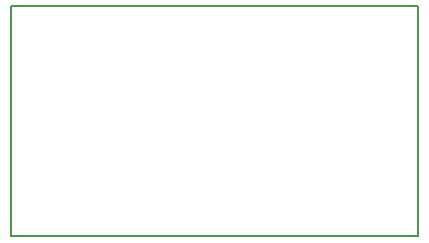
<source format=gbr>
G04 #@! TF.FileFunction,Profile,NP*
%FSLAX46Y46*%
G04 Gerber Fmt 4.6, Leading zero omitted, Abs format (unit mm)*
G04 Created by KiCad (PCBNEW (2015-09-15 BZR 13, Git 37c8462)-brewed_product) date Thursday, 17 September 2015 'pmt' 19:10:14*
%MOMM*%
G01*
G04 APERTURE LIST*
%ADD10C,0.020000*%
%ADD11C,0.127000*%
G04 APERTURE END LIST*
D10*
D11*
X146000000Y-89500000D02*
X111500000Y-89500000D01*
X111500000Y-109000000D02*
X111500000Y-89500000D01*
X146000000Y-109000000D02*
X111500000Y-109000000D01*
X146000000Y-89500000D02*
X146000000Y-109000000D01*
M02*

</source>
